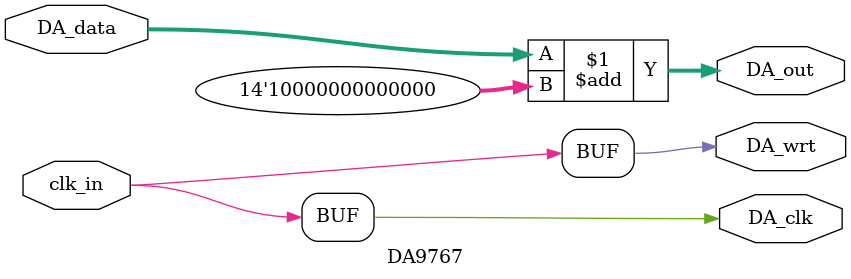
<source format=v>

/*
 * #Author       : sterben(Duan)
 * #LastAuthor   : sterben(Duan)
 * #Date         : 2019-09-27 00:00:34
 * #lastTime     : 2020-01-22 23:54:59
 * #FilePath     : src\Driver\DAC_driver\DAC9767_driver\DA9767.v
 * #Description  : port:
 */
//============================================================================================

module DA9767 #
(
	parameter INPUT_WIDTH = 14,
	parameter INPUT_STYLE = "signed",
	parameter ALIGNED_STYLE = "LSB"
)
(
	input 			               clk_in,
    input   [INPUT_WIDTH - 1 : 0]  DA_data,
	output						   DA_clk,
	output			               DA_wrt,
	output  [13:0] 	               DA_out
);

generate if(INPUT_STYLE == "signed") begin : OUTPUT
	if (INPUT_WIDTH < 14) begin
		localparam DATA_WIDTH = 14 - INPUT_WIDTH;
		if (ALIGNED_STYLE == "LSB") begin
			assign 	DA_out = $signed({{DATA_WIDTH{DA_data[INPUT_WIDTH-1]}},DA_data}) 
											+ $signed(14'd8192);
		end
		else if(ALIGNED_STYLE == "MSB") begin
			reg [DATA_WIDTH - 1 : 0 ] data_buf = 0;
			assign 	DA_out = $signed({DA_data,data_buf}) + $signed(14'd8192);
		end
	end
	else begin
		assign 	DA_out = $signed(DA_data[INPUT_WIDTH - 1 : INPUT_WIDTH - 14]) + $signed(14'd8192);
	end
end
else if(INPUT_STYLE == "unsigned") begin
	if (INPUT_WIDTH < 14) begin
		localparam DATA_WIDTH = 14 - INPUT_WIDTH;
		if (ALIGNED_STYLE == "LSB") begin
			assign 	DA_out = {{DATA_WIDTH{DA_data[INPUT_WIDTH-1]}},DA_data};
		end
		else if(ALIGNED_STYLE == "MSB") begin
			reg [DATA_WIDTH - 1 : 0 ] data_buf = 0;
			assign 	DA_out = {DA_data,data_buf};
		end
	end
	else begin
		assign 	DA_out = DA_data[INPUT_WIDTH - 1 : INPUT_WIDTH - 14];
	end
end
endgenerate	

assign 				DA_clk = clk_in;
assign 				DA_wrt = clk_in;

endmodule

</source>
